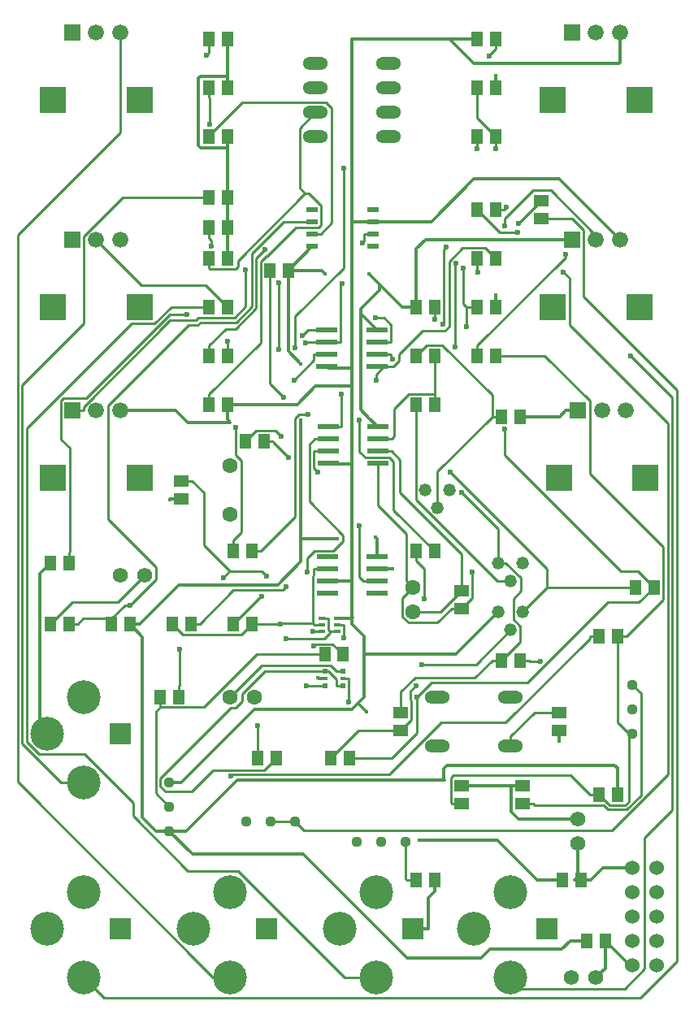
<source format=gbr>
G04 #@! TF.FileFunction,Copper,L1,Top,Signal*
%FSLAX46Y46*%
G04 Gerber Fmt 4.6, Leading zero omitted, Abs format (unit mm)*
G04 Created by KiCad (PCBNEW 4.0.4-stable) date 09/25/16 23:13:10*
%MOMM*%
%LPD*%
G01*
G04 APERTURE LIST*
%ADD10C,0.100000*%
%ADD11R,2.247900X2.247900*%
%ADD12C,3.515360*%
%ADD13C,1.524000*%
%ADD14R,1.297940X1.498600*%
%ADD15C,1.600200*%
%ADD16C,1.574800*%
%ADD17R,1.676400X1.676400*%
%ADD18C,1.676400*%
%ADD19R,2.799080X2.799080*%
%ADD20O,2.641600X1.320800*%
%ADD21C,1.117600*%
%ADD22R,2.199640X0.599440*%
%ADD23C,1.320800*%
%ADD24R,0.797560X0.398780*%
%ADD25R,1.498600X1.297940*%
%ADD26R,0.599440X0.599440*%
%ADD27R,0.599440X0.398780*%
%ADD28R,1.143000X0.508000*%
%ADD29C,0.400000*%
%ADD30C,0.600000*%
%ADD31C,0.380000*%
%ADD32C,0.250000*%
G04 APERTURE END LIST*
D10*
D11*
X90170000Y-118110000D03*
D12*
X82550000Y-118110000D03*
X86360000Y-123190000D03*
X86360000Y-114300000D03*
D11*
X120650000Y-138430000D03*
D12*
X113030000Y-138430000D03*
X116840000Y-143510000D03*
X116840000Y-134620000D03*
D13*
X146050000Y-142240000D03*
X143510000Y-142240000D03*
X146050000Y-139700000D03*
X143510000Y-139700000D03*
X146050000Y-137160000D03*
X143510000Y-137160000D03*
X146050000Y-134620000D03*
X143510000Y-134620000D03*
X146050000Y-132080000D03*
X143510000Y-132080000D03*
D11*
X134620000Y-138430000D03*
D12*
X127000000Y-138430000D03*
X130810000Y-143510000D03*
X130810000Y-134620000D03*
D14*
X138109960Y-133350000D03*
X136212580Y-133350000D03*
X140649960Y-139700000D03*
X138752580Y-139700000D03*
D15*
X101600000Y-95250000D03*
X101600000Y-90170000D03*
X101600000Y-114300000D03*
X104140000Y-114300000D03*
D16*
X92710000Y-101600000D03*
X90170000Y-101600000D03*
D15*
X120650000Y-105410000D03*
X120650000Y-102870000D03*
D16*
X137795000Y-129540000D03*
X137795000Y-127000000D03*
X137160000Y-143510000D03*
X139700000Y-143510000D03*
D17*
X85130640Y-66662300D03*
D18*
X87630000Y-66662300D03*
X90129360Y-66662300D03*
D19*
X92128340Y-73660000D03*
X83131660Y-73660000D03*
D20*
X130810000Y-119380000D03*
X123190000Y-119380000D03*
X123190000Y-114300000D03*
X130810000Y-114300000D03*
D17*
X137835640Y-84442300D03*
D18*
X140335000Y-84442300D03*
X142834360Y-84442300D03*
D19*
X144833340Y-91440000D03*
X135836660Y-91440000D03*
D11*
X105410000Y-138430000D03*
D12*
X97790000Y-138430000D03*
X101600000Y-143510000D03*
X101600000Y-134620000D03*
D17*
X85130640Y-45072300D03*
D18*
X87630000Y-45072300D03*
X90129360Y-45072300D03*
D19*
X92128340Y-52070000D03*
X83131660Y-52070000D03*
D17*
X85130640Y-84442300D03*
D18*
X87630000Y-84442300D03*
X90129360Y-84442300D03*
D19*
X92128340Y-91440000D03*
X83131660Y-91440000D03*
D21*
X95250000Y-128270000D03*
X95250000Y-125730000D03*
X95250000Y-123190000D03*
D22*
X116898420Y-103505000D03*
X116898420Y-102235000D03*
X116898420Y-100967540D03*
X116898420Y-99697540D03*
X111701580Y-99697540D03*
X111701580Y-100967540D03*
X111701580Y-102235000D03*
X111701580Y-103505000D03*
X116974420Y-89966800D03*
X116974420Y-88696800D03*
X116974420Y-87429340D03*
X116974420Y-86159340D03*
X111777580Y-86159340D03*
X111777580Y-87429340D03*
X111777580Y-88696800D03*
X111777580Y-89966800D03*
D20*
X110490000Y-48260000D03*
X110490000Y-50800000D03*
X110490000Y-53340000D03*
X110490000Y-55880000D03*
X118110000Y-55880000D03*
X118110000Y-53340000D03*
X118110000Y-50800000D03*
X118110000Y-48260000D03*
D17*
X137200640Y-66662300D03*
D18*
X139700000Y-66662300D03*
X142199360Y-66662300D03*
D19*
X144198340Y-73660000D03*
X135201660Y-73660000D03*
D23*
X121920000Y-92710000D03*
X123190000Y-94615000D03*
X124460000Y-92710000D03*
D24*
X112709560Y-107429700D03*
X112709560Y-106782000D03*
X112709560Y-106134300D03*
X111114440Y-106134300D03*
X111114440Y-106782000D03*
X111114440Y-107429700D03*
D23*
X132080000Y-105410000D03*
X130810000Y-107315000D03*
X129540000Y-105410000D03*
X129540000Y-100330000D03*
X130810000Y-102235000D03*
X132080000Y-100330000D03*
D14*
X105730040Y-69850000D03*
X107627420Y-69850000D03*
X143830040Y-102870000D03*
X145727420Y-102870000D03*
X122869960Y-73660000D03*
X120972580Y-73660000D03*
X99380040Y-50800000D03*
X101277420Y-50800000D03*
X99380040Y-68580000D03*
X101277420Y-68580000D03*
X127320040Y-45720000D03*
X129217420Y-45720000D03*
X99380040Y-83820000D03*
X101277420Y-83820000D03*
X103190040Y-87630000D03*
X105087420Y-87630000D03*
X127320040Y-73660000D03*
X129217420Y-73660000D03*
X104460040Y-120650000D03*
X106357420Y-120650000D03*
X99380040Y-55880000D03*
X101277420Y-55880000D03*
X82870040Y-106680000D03*
X84767420Y-106680000D03*
X89220040Y-106680000D03*
X91117420Y-106680000D03*
X101279960Y-45720000D03*
X99382580Y-45720000D03*
X120970040Y-133350000D03*
X122867420Y-133350000D03*
X96199960Y-114300000D03*
X94302580Y-114300000D03*
X127320040Y-68580000D03*
X129217420Y-68580000D03*
X101920040Y-99060000D03*
X103817420Y-99060000D03*
X101279960Y-65405000D03*
X99382580Y-65405000D03*
X82870040Y-100330000D03*
X84767420Y-100330000D03*
X99380040Y-78740000D03*
X101277420Y-78740000D03*
X99380040Y-73660000D03*
X101277420Y-73660000D03*
D25*
X133985000Y-64449960D03*
X133985000Y-62552580D03*
X119380000Y-117789960D03*
X119380000Y-115892580D03*
D14*
X120970040Y-83820000D03*
X122867420Y-83820000D03*
X140020040Y-124460000D03*
X141917420Y-124460000D03*
X140020040Y-107950000D03*
X141917420Y-107950000D03*
X99380040Y-62230000D03*
X101277420Y-62230000D03*
X127320040Y-78740000D03*
X129217420Y-78740000D03*
D25*
X125730000Y-123510040D03*
X125730000Y-125407420D03*
D14*
X127320040Y-63500000D03*
X129217420Y-63500000D03*
D25*
X125730000Y-105089960D03*
X125730000Y-103192580D03*
D14*
X127320040Y-55880000D03*
X129217420Y-55880000D03*
X127320040Y-50800000D03*
X129217420Y-50800000D03*
D25*
X96520000Y-91760040D03*
X96520000Y-93657420D03*
D14*
X101920040Y-106680000D03*
X103817420Y-106680000D03*
X129860040Y-85090000D03*
X131757420Y-85090000D03*
X97469960Y-106680000D03*
X95572580Y-106680000D03*
D25*
X135890000Y-115890040D03*
X135890000Y-117787420D03*
D14*
X120970040Y-99060000D03*
X122867420Y-99060000D03*
X112080040Y-120650000D03*
X113977420Y-120650000D03*
D25*
X132080000Y-125409960D03*
X132080000Y-123512580D03*
D14*
X129860040Y-110490000D03*
X131757420Y-110490000D03*
X122869960Y-78740000D03*
X120972580Y-78740000D03*
D21*
X103251000Y-127254000D03*
X105791000Y-127254000D03*
X108331000Y-127254000D03*
D26*
X111495840Y-111645700D03*
D27*
X111495840Y-112395000D03*
D26*
X111495840Y-113144300D03*
X113294160Y-113144300D03*
D27*
X113294160Y-112395000D03*
D26*
X113294160Y-111645700D03*
D14*
X111445040Y-109855000D03*
X113342420Y-109855000D03*
D11*
X90170000Y-138430000D03*
D12*
X82550000Y-138430000D03*
X86360000Y-143510000D03*
X86360000Y-134620000D03*
D21*
X119888000Y-129413000D03*
X117348000Y-129413000D03*
X114808000Y-129413000D03*
D17*
X137200640Y-45072300D03*
D18*
X139700000Y-45072300D03*
X142199360Y-45072300D03*
D19*
X144198340Y-52070000D03*
X135201660Y-52070000D03*
D21*
X143510000Y-113030000D03*
X143510000Y-115570000D03*
X143510000Y-118110000D03*
D28*
X116459000Y-63500000D03*
X116459000Y-64770000D03*
X116459000Y-66040000D03*
X116459000Y-67310000D03*
X110109000Y-67310000D03*
X110109000Y-66040000D03*
X110109000Y-64770000D03*
X110109000Y-63500000D03*
D22*
X116873420Y-79857600D03*
X116873420Y-78587600D03*
X116873420Y-77320140D03*
X116873420Y-76050140D03*
X111676580Y-76050140D03*
X111676580Y-77320140D03*
X111676580Y-78587600D03*
X111676580Y-79857600D03*
D29*
X115760000Y-115824000D03*
X121285000Y-129222000D03*
X116713000Y-97663000D03*
X112776000Y-97790000D03*
X111506000Y-70231000D03*
X116078000Y-70231000D03*
X108966000Y-79629000D03*
X108966000Y-85471000D03*
D30*
X125064500Y-69126200D03*
X124996900Y-77827500D03*
X115051100Y-96458400D03*
X106790100Y-106680000D03*
X123745900Y-75489500D03*
X124053100Y-67433000D03*
X127320000Y-57155500D03*
X91181300Y-104757900D03*
X104460000Y-117265400D03*
X115379200Y-67022400D03*
X106659800Y-71149400D03*
X106659800Y-78110000D03*
X100929700Y-101858800D03*
X105384600Y-101731900D03*
X126836900Y-101271800D03*
X130392000Y-63299700D03*
D29*
X129217000Y-49571300D03*
X135890000Y-118887000D03*
X101280000Y-63515800D03*
X118536000Y-100965000D03*
X95287700Y-93715300D03*
X129217000Y-72438700D03*
X110740000Y-112319000D03*
D30*
X101277400Y-77267400D03*
X127349400Y-70052300D03*
X109474800Y-77421400D03*
X113217500Y-71189400D03*
X131621800Y-64932900D03*
X118462600Y-79116600D03*
X102178400Y-86198000D03*
X107405600Y-102828800D03*
X103213600Y-69754400D03*
X96348400Y-109337500D03*
X116772000Y-81317100D03*
X109731900Y-84824600D03*
X116738800Y-74814400D03*
X99645100Y-67293500D03*
X109080600Y-76676800D03*
X97106800Y-74428400D03*
X110285200Y-108980200D03*
X108217000Y-81256200D03*
X113202700Y-82703300D03*
X99072000Y-47465300D03*
X121775500Y-104051100D03*
X109629300Y-101248700D03*
X120912100Y-113103300D03*
X125695300Y-92953000D03*
X110700000Y-90823700D03*
X126185400Y-75702500D03*
X106908100Y-87148600D03*
X125884300Y-69576500D03*
X109529200Y-113144300D03*
X108374800Y-77916400D03*
X113408500Y-59208100D03*
X130199500Y-65215800D03*
X105182300Y-67688800D03*
X104851500Y-103815400D03*
X131538800Y-65866200D03*
X143341000Y-78763000D03*
X115056400Y-85448100D03*
X107405200Y-108224600D03*
X107115100Y-83057400D03*
X99433500Y-54630100D03*
X130206400Y-86386300D03*
X122870000Y-74915200D03*
X113433700Y-108139600D03*
X121032500Y-114340700D03*
X121550200Y-110918800D03*
X110186000Y-107429700D03*
X128559400Y-47514500D03*
X124528000Y-90879600D03*
X107647000Y-89308500D03*
X101684100Y-122549800D03*
X136502400Y-68171200D03*
X136292100Y-70028600D03*
X129217400Y-57144400D03*
X133886300Y-110591100D03*
X113919200Y-114807100D03*
D31*
X114935000Y-114998000D02*
X114872000Y-114998000D01*
X115760000Y-115824000D02*
X114935000Y-114998000D01*
X125095000Y-109855000D02*
X129540000Y-105410000D01*
X115570000Y-109855000D02*
X125095000Y-109855000D01*
X127320000Y-45720000D02*
X124460000Y-45720000D01*
X114300000Y-45720000D02*
X114300000Y-64770000D01*
X124460000Y-45720000D02*
X114300000Y-45720000D01*
X101277000Y-83820000D02*
X101277400Y-83820000D01*
X101277000Y-85402400D02*
X101277000Y-83820000D01*
X101600000Y-85725000D02*
X101277000Y-85402400D01*
X97155000Y-85725000D02*
X101600000Y-85725000D01*
X95872300Y-84442300D02*
X97155000Y-85725000D01*
X90129400Y-84442300D02*
X95872300Y-84442300D01*
X110490000Y-81915000D02*
X114300000Y-81915000D01*
X108585000Y-83820000D02*
X110490000Y-81915000D01*
X101277400Y-83820000D02*
X108585000Y-83820000D01*
X111803000Y-79984600D02*
X111677000Y-79858200D01*
X114300000Y-79984600D02*
X111803000Y-79984600D01*
X111677000Y-79858200D02*
X111677000Y-79857600D01*
X114300000Y-102235000D02*
X111702000Y-102235000D01*
X111752000Y-90043000D02*
X111727000Y-90017700D01*
X114300000Y-90043000D02*
X111752000Y-90043000D01*
X111727000Y-90017700D02*
X111625000Y-89916000D01*
X140469000Y-132080000D02*
X143510000Y-132080000D01*
X139199000Y-133350000D02*
X140469000Y-132080000D01*
X138110000Y-133350000D02*
X139199000Y-133350000D01*
X142199000Y-48219400D02*
X142199000Y-46645800D01*
X142159000Y-48260000D02*
X142199000Y-48219400D01*
X127000000Y-48260000D02*
X142159000Y-48260000D01*
X124460000Y-45720000D02*
X127000000Y-48260000D01*
X114300000Y-64770000D02*
X116459000Y-64770000D01*
X135862000Y-60325000D02*
X142199000Y-66662300D01*
X127000000Y-60325000D02*
X135862000Y-60325000D01*
X122555000Y-64770000D02*
X127000000Y-60325000D01*
X116459000Y-64770000D02*
X122555000Y-64770000D01*
X114300000Y-90043000D02*
X114300000Y-102235000D01*
X114300000Y-64770000D02*
X114300000Y-79984600D01*
X114300000Y-79984600D02*
X114300000Y-81915000D01*
X114300000Y-81915000D02*
X114300000Y-90043000D01*
X115570000Y-114300000D02*
X114872000Y-114998000D01*
X115570000Y-109855000D02*
X115570000Y-114300000D01*
X96520000Y-123190000D02*
X95250000Y-123190000D01*
X104140000Y-115570000D02*
X96520000Y-123190000D01*
X114300000Y-115570000D02*
X104140000Y-115570000D01*
X114872000Y-114998000D02*
X114300000Y-115570000D01*
X114364000Y-106045000D02*
X114300000Y-106108300D01*
X114300000Y-106045000D02*
X114364000Y-106045000D01*
X114300000Y-106045000D02*
X114300000Y-106108300D01*
X129413000Y-129222000D02*
X121285000Y-129222000D01*
X133540000Y-133350000D02*
X129413000Y-129222000D01*
X136212600Y-133350000D02*
X133540000Y-133350000D01*
X114300000Y-102235000D02*
X114300000Y-106045000D01*
X115570000Y-107950000D02*
X115570000Y-109855000D01*
X114300000Y-106680000D02*
X115570000Y-107950000D01*
X114300000Y-106108300D02*
X114300000Y-106680000D01*
X111777600Y-89966800D02*
X111777800Y-89967000D01*
X111778000Y-89966800D02*
X111777800Y-89967000D01*
X111777800Y-89967000D02*
X111727000Y-90017700D01*
X111701600Y-102235000D02*
X111702000Y-102235000D01*
X142199400Y-46645400D02*
X142199000Y-46645800D01*
X142199400Y-45072300D02*
X142199400Y-46645400D01*
X142199400Y-66662300D02*
X142199000Y-66662300D01*
X114300000Y-106108300D02*
X114274000Y-106134000D01*
X113549000Y-106134000D02*
X114274000Y-106134000D01*
X113548700Y-106134300D02*
X113549000Y-106134000D01*
X112709600Y-106134300D02*
X113548700Y-106134300D01*
X136213000Y-133350000D02*
X136212600Y-133350000D01*
X137480000Y-133350000D02*
X137795000Y-133035000D01*
X137795000Y-129540000D02*
X137795000Y-133035000D01*
X137795000Y-133035000D02*
X138110000Y-133350000D01*
X111677000Y-79858200D02*
X111676500Y-79857900D01*
X111676500Y-79857900D02*
X111676000Y-79857600D01*
X111676600Y-79857800D02*
X111676600Y-79857600D01*
X111676500Y-79857900D02*
X111676600Y-79857800D01*
D10*
X110109000Y-67310000D02*
X110109000Y-67368400D01*
D31*
X110109000Y-67368400D02*
X107627000Y-69850000D01*
X108966000Y-97790000D02*
X112776000Y-97790000D01*
X92456000Y-108019000D02*
X91117400Y-106680000D01*
X92456000Y-126873000D02*
X92456000Y-108019000D01*
X93853000Y-128270000D02*
X92456000Y-126873000D01*
X95250000Y-128270000D02*
X93853000Y-128270000D01*
X108966000Y-100203000D02*
X108966000Y-97790000D01*
X106553000Y-102616000D02*
X108966000Y-100203000D01*
X96266000Y-102616000D02*
X106553000Y-102616000D01*
X92202000Y-106680000D02*
X96266000Y-102616000D01*
X91117400Y-106680000D02*
X92202000Y-106680000D01*
X108966000Y-97790000D02*
X108966000Y-85471000D01*
X117132000Y-71285100D02*
X116078000Y-70231000D01*
X143190000Y-142240000D02*
X140650000Y-139700000D01*
X143510000Y-142240000D02*
X143190000Y-142240000D01*
X140650000Y-142560000D02*
X139700000Y-143510000D01*
X140650000Y-139700000D02*
X140650000Y-142560000D01*
X97663000Y-130683000D02*
X95250000Y-128270000D01*
X109220000Y-130683000D02*
X97663000Y-130683000D01*
X120015000Y-141478000D02*
X109220000Y-130683000D01*
X127762000Y-141478000D02*
X120015000Y-141478000D01*
X128651000Y-140589000D02*
X127762000Y-141478000D01*
X136144000Y-140589000D02*
X128651000Y-140589000D01*
X137033000Y-139700000D02*
X136144000Y-140589000D01*
X138752600Y-139700000D02*
X137033000Y-139700000D01*
X107627000Y-78290400D02*
X107627000Y-69850000D01*
X108966000Y-79629000D02*
X107627000Y-78290400D01*
X111125000Y-69850000D02*
X111506000Y-70231000D01*
X107627400Y-69850000D02*
X111125000Y-69850000D01*
X115189000Y-73883600D02*
X115189000Y-73964800D01*
X117132000Y-71940500D02*
X115189000Y-73883600D01*
X117132000Y-71285100D02*
X117132000Y-71940500D01*
X115189000Y-73964800D02*
X115189000Y-74366100D01*
X120973000Y-73660000D02*
X120972600Y-73660000D01*
X120973000Y-67622400D02*
X120973000Y-73660000D01*
X121933000Y-66662300D02*
X120973000Y-67622400D01*
X137200600Y-66662300D02*
X121933000Y-66662300D01*
X119507000Y-73660000D02*
X117132000Y-71285100D01*
X120972600Y-73660000D02*
X119507000Y-73660000D01*
X115189000Y-84373700D02*
X116082000Y-85266500D01*
X115189000Y-74366100D02*
X115189000Y-84373700D01*
X115189000Y-73964800D02*
X115189000Y-74366100D01*
X115189000Y-74366100D02*
X116873000Y-76050100D01*
X137201000Y-66662300D02*
X137200600Y-66662300D01*
X107627000Y-69850000D02*
X107627400Y-69850000D01*
X116082000Y-85266500D02*
X116975000Y-86159300D01*
X116873400Y-76050100D02*
X116873000Y-76050100D01*
X116898000Y-97848400D02*
X116898000Y-99697500D01*
X116713000Y-97663000D02*
X116898000Y-97848400D01*
X116898400Y-99697500D02*
X116898000Y-99697500D01*
X138753000Y-139700000D02*
X138752600Y-139700000D01*
X141917000Y-121724000D02*
X141917000Y-122408000D01*
X141605000Y-121412000D02*
X141917000Y-121724000D01*
X124206000Y-121412000D02*
X141605000Y-121412000D01*
X123825000Y-121793000D02*
X124206000Y-121412000D01*
X123825000Y-122809000D02*
X123825000Y-121793000D01*
X123952000Y-122936000D02*
X123825000Y-122809000D01*
X102362000Y-122936000D02*
X123952000Y-122936000D01*
X97028000Y-128270000D02*
X102362000Y-122936000D01*
X95250000Y-128270000D02*
X97028000Y-128270000D01*
X141917000Y-122408000D02*
X141917000Y-123092000D01*
X141917400Y-122408400D02*
X141917400Y-124460000D01*
X141917000Y-122408000D02*
X141917400Y-122408400D01*
X116974000Y-86158900D02*
X116974000Y-86159100D01*
X116082000Y-85266500D02*
X116974000Y-86158900D01*
X116974000Y-86159100D02*
X116974000Y-86159300D01*
X116974200Y-86159100D02*
X116974400Y-86159300D01*
X116974000Y-86159100D02*
X116974200Y-86159100D01*
D32*
X124996900Y-69193800D02*
X125064500Y-69126200D01*
X124996900Y-77827500D02*
X124996900Y-69193800D01*
X115051100Y-101812800D02*
X115473300Y-102235000D01*
X115051100Y-96458400D02*
X115051100Y-101812800D01*
X116898400Y-102235000D02*
X115473300Y-102235000D01*
X127320000Y-55880000D02*
X127320000Y-56954600D01*
X127320000Y-56954600D02*
X127320000Y-57155500D01*
X123844400Y-67641700D02*
X124053100Y-67433000D01*
X123844400Y-75391000D02*
X123844400Y-67641700D01*
X123745900Y-75489500D02*
X123844400Y-75391000D01*
X96674700Y-107782100D02*
X95572600Y-106680000D01*
X102715300Y-107782100D02*
X96674700Y-107782100D01*
X103817400Y-106680000D02*
X102715300Y-107782100D01*
X103817400Y-106680000D02*
X104791700Y-106680000D01*
X106790100Y-106680000D02*
X104791700Y-106680000D01*
X111114400Y-106782000D02*
X110390300Y-106782000D01*
X111701600Y-100967500D02*
X110276500Y-100967500D01*
X110276500Y-101644900D02*
X110276500Y-100967500D01*
X110194300Y-101727100D02*
X110276500Y-101644900D01*
X110194300Y-106586000D02*
X110194300Y-101727100D01*
X110390300Y-106782000D02*
X110194300Y-106586000D01*
X106884100Y-106586000D02*
X106790100Y-106680000D01*
X110194300Y-106586000D02*
X106884100Y-106586000D01*
X89220000Y-106680000D02*
X89220000Y-106142700D01*
X86279000Y-106142700D02*
X85741700Y-106680000D01*
X89220000Y-106142700D02*
X86279000Y-106142700D01*
X84767400Y-106680000D02*
X85741700Y-106680000D01*
X112044200Y-111020700D02*
X112669200Y-111645700D01*
X104879300Y-111020700D02*
X112044200Y-111020700D01*
X101600000Y-114300000D02*
X104879300Y-111020700D01*
X113294200Y-111645700D02*
X112669200Y-111645700D01*
X90604800Y-104757900D02*
X89220000Y-106142700D01*
X91181300Y-104757900D02*
X90604800Y-104757900D01*
X107146400Y-64770000D02*
X110109000Y-64770000D01*
X103847900Y-68068500D02*
X107146400Y-64770000D01*
X103847900Y-73616800D02*
X103847900Y-68068500D01*
X102218300Y-75246400D02*
X103847900Y-73616800D01*
X98482300Y-75246400D02*
X102218300Y-75246400D01*
X98147600Y-75581100D02*
X98482300Y-75246400D01*
X97253200Y-75581100D02*
X98147600Y-75581100D01*
X88895300Y-83939000D02*
X97253200Y-75581100D01*
X88895300Y-95787900D02*
X88895300Y-83939000D01*
X93861000Y-100753600D02*
X88895300Y-95787900D01*
X93861000Y-102078200D02*
X93861000Y-100753600D01*
X91181300Y-104757900D02*
X93861000Y-102078200D01*
X104460000Y-117265400D02*
X104460000Y-120650000D01*
X115562200Y-66839400D02*
X115379200Y-67022400D01*
X115562200Y-66040000D02*
X115562200Y-66839400D01*
X116459000Y-66040000D02*
X115562200Y-66040000D01*
X106659800Y-71149400D02*
X106659800Y-78110000D01*
X85140600Y-104409400D02*
X82870000Y-106680000D01*
X89900600Y-104409400D02*
X85140600Y-104409400D01*
X92710000Y-101600000D02*
X89900600Y-104409400D01*
X123512600Y-105410000D02*
X125730000Y-103192600D01*
X120650000Y-105410000D02*
X123512600Y-105410000D01*
X116974400Y-88696800D02*
X118399500Y-88696800D01*
X125730000Y-103192600D02*
X125730000Y-102218300D01*
X96520000Y-91760000D02*
X97594600Y-91760000D01*
X119300100Y-89597400D02*
X118399500Y-88696800D01*
X119300100Y-92973800D02*
X119300100Y-89597400D01*
X125729900Y-99403600D02*
X119300100Y-92973800D01*
X125729900Y-102218300D02*
X125729900Y-99403600D01*
X125730000Y-102218300D02*
X125729900Y-102218300D01*
X100929700Y-101815600D02*
X100929700Y-101858800D01*
X101557700Y-101187600D02*
X100929700Y-101815600D01*
X98822900Y-98452800D02*
X101557700Y-101187600D01*
X98822900Y-92988300D02*
X98822900Y-98452800D01*
X97594600Y-91760000D02*
X98822900Y-92988300D01*
X104840300Y-101187600D02*
X105384600Y-101731900D01*
X101557700Y-101187600D02*
X104840300Y-101187600D01*
X119505300Y-104014700D02*
X120650000Y-102870000D01*
X119505300Y-105899300D02*
X119505300Y-104014700D01*
X120161800Y-106555800D02*
X119505300Y-105899300D01*
X123189600Y-106555800D02*
X120161800Y-106555800D01*
X124655400Y-105090000D02*
X123189600Y-106555800D01*
X125192700Y-105090000D02*
X125715300Y-105090000D01*
X125192700Y-105090000D02*
X124655400Y-105090000D01*
X125730000Y-105090000D02*
X125722700Y-105090000D01*
X125722700Y-105090000D02*
X125715300Y-105090000D01*
X129217400Y-63500000D02*
X130191700Y-63500000D01*
X126836900Y-103975800D02*
X126836900Y-101271800D01*
X125722700Y-105090000D02*
X126836900Y-103975800D01*
X130392000Y-63299700D02*
X130191700Y-63500000D01*
X119975100Y-102195100D02*
X120650000Y-102870000D01*
X119975100Y-97314700D02*
X119975100Y-102195100D01*
X116974400Y-94314000D02*
X119975100Y-97314700D01*
X116974400Y-89966800D02*
X116974400Y-94314000D01*
D31*
X136557000Y-84442300D02*
X137835600Y-84442300D01*
X135909000Y-85090000D02*
X136557000Y-84442300D01*
X131757400Y-85090000D02*
X135909000Y-85090000D01*
X101280000Y-45720000D02*
X101280000Y-45719800D01*
X101600000Y-45400000D02*
X101280000Y-45719800D01*
X131594000Y-127000000D02*
X137795000Y-127000000D01*
X130830000Y-126236000D02*
X131594000Y-127000000D01*
X130830000Y-123513000D02*
X130830000Y-126236000D01*
X126920000Y-123510000D02*
X125730000Y-123510000D01*
X126922000Y-123513000D02*
X126920000Y-123510000D01*
X130830000Y-123513000D02*
X126922000Y-123513000D01*
X101277000Y-45722500D02*
X101277000Y-49610000D01*
X101280000Y-45719800D02*
X101277000Y-45722500D01*
X98523500Y-57069700D02*
X101277000Y-57069700D01*
X98290600Y-56836800D02*
X98523500Y-57069700D01*
X98290600Y-49826700D02*
X98290600Y-56836800D01*
X98507300Y-49610000D02*
X98290600Y-49826700D01*
X101277000Y-49610000D02*
X98507300Y-49610000D01*
X101280000Y-63515800D02*
X101280000Y-65405000D01*
X95330400Y-93672600D02*
X95287700Y-93715300D01*
X95330400Y-93657400D02*
X95330400Y-93672600D01*
X96520000Y-93657400D02*
X95330400Y-93657400D01*
X81752900Y-117313000D02*
X82550000Y-118110000D01*
X81752900Y-101447000D02*
X81752900Y-117313000D01*
X82870000Y-100330000D02*
X81752900Y-101447000D01*
X110817000Y-112395000D02*
X111495800Y-112395000D01*
X110740000Y-112319000D02*
X110817000Y-112395000D01*
X111495800Y-112395000D02*
X111496000Y-112395000D01*
X135890000Y-117787000D02*
X135890000Y-117787400D01*
X135890000Y-117787400D02*
X135890000Y-118887000D01*
X137836000Y-84442300D02*
X137835600Y-84442300D01*
X131757000Y-85090000D02*
X131757400Y-85090000D01*
X116898400Y-100967500D02*
X116898400Y-100968000D01*
X116898000Y-100968000D02*
X116898400Y-100968000D01*
X118441000Y-100965000D02*
X118536000Y-100965000D01*
X118438000Y-100968000D02*
X118441000Y-100965000D01*
X116898400Y-100968000D02*
X118438000Y-100968000D01*
X101277000Y-57069700D02*
X101277000Y-56474800D01*
X101277000Y-56474800D02*
X101277000Y-55880000D01*
X101277400Y-56474400D02*
X101277400Y-55880000D01*
X101277000Y-56474800D02*
X101277400Y-56474400D01*
X101277000Y-50800000D02*
X101277000Y-50205000D01*
X101277000Y-50205000D02*
X101277000Y-49610000D01*
X101277400Y-50205400D02*
X101277400Y-50800000D01*
X101277000Y-50205000D02*
X101277400Y-50205400D01*
X101277000Y-57069700D02*
X101277000Y-61824600D01*
X101280000Y-63422200D02*
X101280000Y-63515800D01*
X101277000Y-63419600D02*
X101280000Y-63422200D01*
X101277000Y-61824600D02*
X101277000Y-63419600D01*
X101277400Y-61825000D02*
X101277400Y-62230000D01*
X101277000Y-61824600D02*
X101277400Y-61825000D01*
X132080000Y-123513000D02*
X132079600Y-123513000D01*
X132079600Y-123513000D02*
X130830000Y-123513000D01*
X132079600Y-123513000D02*
X132080000Y-123512600D01*
X101277000Y-68580000D02*
X101277000Y-68027400D01*
X101280000Y-67387800D02*
X101280000Y-65405000D01*
X101277000Y-67390400D02*
X101280000Y-67387800D01*
X101277000Y-68027400D02*
X101277000Y-67390400D01*
X101277400Y-68027800D02*
X101277400Y-68580000D01*
X101277000Y-68027400D02*
X101277400Y-68027800D01*
X129217000Y-73660000D02*
X129217000Y-73049300D01*
X129217000Y-73049300D02*
X129217000Y-72438700D01*
X129217400Y-73049700D02*
X129217400Y-73660000D01*
X129217000Y-73049300D02*
X129217400Y-73049700D01*
X122867000Y-133350000D02*
X122867000Y-133945000D01*
X122214000Y-138430000D02*
X120650000Y-138430000D01*
X122214000Y-135193000D02*
X122214000Y-138430000D01*
X122867000Y-134540000D02*
X122214000Y-135193000D01*
X122867000Y-133945000D02*
X122867000Y-134540000D01*
X122867400Y-133944600D02*
X122867400Y-133350000D01*
X122867000Y-133945000D02*
X122867400Y-133944600D01*
X129217000Y-50800000D02*
X129217000Y-50185600D01*
X129217000Y-50185600D02*
X129217000Y-49571300D01*
X129217400Y-50186000D02*
X129217400Y-50800000D01*
X129217000Y-50185600D02*
X129217400Y-50186000D01*
D32*
X127320000Y-70022900D02*
X127320000Y-68580000D01*
X127349400Y-70052300D02*
X127320000Y-70022900D01*
X101277400Y-78740000D02*
X101277400Y-77267400D01*
X94302600Y-114300000D02*
X94302600Y-115374600D01*
X98837600Y-115374600D02*
X94302600Y-115374600D01*
X104357200Y-109855000D02*
X98837600Y-115374600D01*
X111445000Y-109855000D02*
X104357200Y-109855000D01*
X93852300Y-124332300D02*
X95250000Y-125730000D01*
X93852300Y-115824900D02*
X93852300Y-124332300D01*
X94302600Y-115374600D02*
X93852300Y-115824900D01*
X109576100Y-77320100D02*
X111676600Y-77320100D01*
X109474800Y-77421400D02*
X109576100Y-77320100D01*
X113101700Y-71305200D02*
X113217500Y-71189400D01*
X113101700Y-77320100D02*
X113101700Y-71305200D01*
X111676600Y-77320100D02*
X113101700Y-77320100D01*
X131621800Y-64915800D02*
X133985000Y-62552600D01*
X131621800Y-64932900D02*
X131621800Y-64915800D01*
X98987600Y-71370200D02*
X101277400Y-73660000D01*
X92337900Y-71370200D02*
X98987600Y-71370200D01*
X87630000Y-66662300D02*
X92337900Y-71370200D01*
X116873400Y-78587600D02*
X118298500Y-78587600D01*
X118298500Y-78952500D02*
X118462600Y-79116600D01*
X118298500Y-78587600D02*
X118298500Y-78952500D01*
X101920000Y-99060000D02*
X101920000Y-97985400D01*
X102178400Y-89126600D02*
X102178400Y-86198000D01*
X102759900Y-89708100D02*
X102178400Y-89126600D01*
X102759900Y-97145500D02*
X102759900Y-89708100D01*
X101920000Y-97985400D02*
X102759900Y-97145500D01*
X99380000Y-73660000D02*
X98405700Y-73660000D01*
X95430200Y-73660000D02*
X98405700Y-73660000D01*
X93705300Y-75384900D02*
X95430200Y-73660000D01*
X91326500Y-75384900D02*
X93705300Y-75384900D01*
X80405600Y-86305800D02*
X91326500Y-75384900D01*
X80405600Y-118983400D02*
X80405600Y-86305800D01*
X81693100Y-120270900D02*
X80405600Y-118983400D01*
X86450800Y-120270900D02*
X81693100Y-120270900D01*
X91478600Y-125298700D02*
X86450800Y-120270900D01*
X91478600Y-126717200D02*
X91478600Y-125298700D01*
X97198100Y-132436700D02*
X91478600Y-126717200D01*
X102397500Y-132436700D02*
X97198100Y-132436700D01*
X113470800Y-143510000D02*
X102397500Y-132436700D01*
X116840000Y-143510000D02*
X113470800Y-143510000D01*
X133314300Y-115890000D02*
X135890000Y-115890000D01*
X130810000Y-118394300D02*
X133314300Y-115890000D01*
X130810000Y-119380000D02*
X130810000Y-118394300D01*
X97470000Y-106680000D02*
X98444300Y-106680000D01*
X107053000Y-103181400D02*
X107405600Y-102828800D01*
X101942900Y-103181400D02*
X107053000Y-103181400D01*
X98444300Y-106680000D02*
X101942900Y-103181400D01*
X85130600Y-84442300D02*
X86294100Y-84442300D01*
X103213600Y-73614200D02*
X103213600Y-69754400D01*
X102031800Y-74796000D02*
X103213600Y-73614200D01*
X98295800Y-74796000D02*
X102031800Y-74796000D01*
X98038100Y-75053700D02*
X98295800Y-74796000D01*
X95319000Y-75053700D02*
X98038100Y-75053700D01*
X86294100Y-84078600D02*
X95319000Y-75053700D01*
X86294100Y-84442300D02*
X86294100Y-84078600D01*
X99810200Y-143510000D02*
X101600000Y-143510000D01*
X79452200Y-123152000D02*
X99810200Y-143510000D01*
X79452200Y-66112200D02*
X79452200Y-123152000D01*
X90129400Y-55435000D02*
X79452200Y-66112200D01*
X90129400Y-45072300D02*
X90129400Y-55435000D01*
X96348400Y-113077000D02*
X96200000Y-113225400D01*
X96348400Y-109337500D02*
X96348400Y-113077000D01*
X96200000Y-114300000D02*
X96200000Y-113225400D01*
X99380000Y-55819400D02*
X99380000Y-55880000D01*
X102864100Y-52335300D02*
X99380000Y-55819400D01*
X111561800Y-52335300D02*
X102864100Y-52335300D01*
X112145500Y-52919000D02*
X111561800Y-52335300D01*
X112145500Y-64900300D02*
X112145500Y-52919000D01*
X111005800Y-66040000D02*
X112145500Y-64900300D01*
X110109000Y-66040000D02*
X111005800Y-66040000D01*
X116873400Y-79857600D02*
X117586000Y-79857600D01*
X117586000Y-79857600D02*
X118298500Y-79857600D01*
X116772000Y-80671600D02*
X116772000Y-81317100D01*
X117586000Y-79857600D02*
X116772000Y-80671600D01*
X103817400Y-99060000D02*
X104791700Y-99060000D01*
X108336600Y-95515100D02*
X104791700Y-99060000D01*
X108336600Y-85254900D02*
X108336600Y-95515100D01*
X108766900Y-84824600D02*
X108336600Y-85254900D01*
X109731900Y-84824600D02*
X108766900Y-84824600D01*
X118608600Y-79857600D02*
X118298500Y-79857600D01*
X119209900Y-79256300D02*
X118608600Y-79857600D01*
X119209900Y-78607400D02*
X119209900Y-79256300D01*
X121655700Y-76161600D02*
X119209900Y-78607400D01*
X123958400Y-76161600D02*
X121655700Y-76161600D01*
X124410400Y-75709600D02*
X123958400Y-76161600D01*
X124410400Y-68896000D02*
X124410400Y-75709600D01*
X125801800Y-67504600D02*
X124410400Y-68896000D01*
X128142000Y-67504600D02*
X125801800Y-67504600D01*
X129217400Y-68580000D02*
X128142000Y-67504600D01*
X117656900Y-74814400D02*
X116738800Y-74814400D01*
X118348600Y-75506100D02*
X117656900Y-74814400D01*
X118348600Y-77270000D02*
X118348600Y-75506100D01*
X118298500Y-77320100D02*
X118348600Y-77270000D01*
X99382600Y-65405000D02*
X99382600Y-66479600D01*
X116873400Y-77320100D02*
X118298500Y-77320100D01*
X99645100Y-66742100D02*
X99645100Y-67293500D01*
X99382600Y-66479600D02*
X99645100Y-66742100D01*
X109707300Y-76050100D02*
X109080600Y-76676800D01*
X111676600Y-76050100D02*
X109707300Y-76050100D01*
X84767400Y-100330000D02*
X84767400Y-99255400D01*
X84869300Y-99153500D02*
X84767400Y-99255400D01*
X84869300Y-88358100D02*
X84869300Y-99153500D01*
X83949700Y-87438500D02*
X84869300Y-88358100D01*
X83949700Y-83413300D02*
X83949700Y-87438500D01*
X84192300Y-83170700D02*
X83949700Y-83413300D01*
X86565100Y-83170700D02*
X84192300Y-83170700D01*
X95307400Y-74428400D02*
X86565100Y-83170700D01*
X97106800Y-74428400D02*
X95307400Y-74428400D01*
X112267700Y-108780300D02*
X113342400Y-109855000D01*
X110485100Y-108780300D02*
X112267700Y-108780300D01*
X110285200Y-108980200D02*
X110485100Y-108780300D01*
X111676600Y-78587600D02*
X110251500Y-78587600D01*
X110251500Y-79221700D02*
X108217000Y-81256200D01*
X110251500Y-78587600D02*
X110251500Y-79221700D01*
X99382600Y-47154700D02*
X99382600Y-45720000D01*
X99072000Y-47465300D02*
X99382600Y-47154700D01*
X111777600Y-86159300D02*
X113202700Y-86159300D01*
X113202700Y-82703300D02*
X113202700Y-86159300D01*
X114940000Y-117790000D02*
X119380000Y-117790000D01*
X112080000Y-120650000D02*
X114940000Y-117790000D01*
X120970000Y-99060000D02*
X120970000Y-100134600D01*
X121775500Y-100940100D02*
X121775500Y-104051100D01*
X120970000Y-100134600D02*
X121775500Y-100940100D01*
X111777600Y-87429300D02*
X110352500Y-87429300D01*
X120454700Y-116715300D02*
X119380000Y-117790000D01*
X120454700Y-114647300D02*
X120454700Y-116715300D01*
X120380400Y-114573000D02*
X120454700Y-114647300D01*
X120380400Y-113635000D02*
X120380400Y-114573000D01*
X120912100Y-113103300D02*
X120380400Y-113635000D01*
X109629300Y-99847600D02*
X109629300Y-101248700D01*
X110404500Y-99072400D02*
X109629300Y-99847600D01*
X112317200Y-99072400D02*
X110404500Y-99072400D01*
X113351400Y-98038200D02*
X112317200Y-99072400D01*
X113351400Y-97439900D02*
X113351400Y-98038200D01*
X109836800Y-93925300D02*
X113351400Y-97439900D01*
X109836800Y-87945000D02*
X109836800Y-93925300D01*
X110352500Y-87429300D02*
X109836800Y-87945000D01*
X119380000Y-115892600D02*
X119380000Y-114918300D01*
X111777600Y-88696800D02*
X110352500Y-88696800D01*
X129860000Y-110490000D02*
X128885700Y-110490000D01*
X110302400Y-88746900D02*
X110352500Y-88696800D01*
X110302400Y-90426100D02*
X110302400Y-88746900D01*
X110700000Y-90823700D02*
X110302400Y-90426100D01*
X119380000Y-113735600D02*
X119380000Y-114918300D01*
X120826800Y-112288800D02*
X119380000Y-113735600D01*
X127086900Y-112288800D02*
X120826800Y-112288800D01*
X128885700Y-110490000D02*
X127086900Y-112288800D01*
X129540000Y-96797700D02*
X125695300Y-92953000D01*
X129540000Y-100330000D02*
X129540000Y-96797700D01*
X131818400Y-108531600D02*
X129860000Y-110490000D01*
X131818400Y-106929300D02*
X131818400Y-108531600D01*
X131083100Y-106194000D02*
X131818400Y-106929300D01*
X131083100Y-104032000D02*
X131083100Y-106194000D01*
X131852500Y-103262600D02*
X131083100Y-104032000D01*
X131852500Y-101883300D02*
X131852500Y-103262600D01*
X130299200Y-100330000D02*
X131852500Y-101883300D01*
X129540000Y-100330000D02*
X130299200Y-100330000D01*
X122870000Y-82742800D02*
X122867400Y-82745400D01*
X122870000Y-78740000D02*
X122870000Y-82742800D01*
X122867400Y-83820000D02*
X122867400Y-82745400D01*
X120185700Y-82745400D02*
X122867400Y-82745400D01*
X118652600Y-84278500D02*
X120185700Y-82745400D01*
X118652600Y-87176200D02*
X118652600Y-84278500D01*
X118399500Y-87429300D02*
X118652600Y-87176200D01*
X116974400Y-87429300D02*
X118399500Y-87429300D01*
X127320000Y-73660000D02*
X126345700Y-73660000D01*
X104264700Y-86555300D02*
X103190000Y-87630000D01*
X106314800Y-86555300D02*
X104264700Y-86555300D01*
X106908100Y-87148600D02*
X106314800Y-86555300D01*
X126345700Y-73660000D02*
X126224400Y-73660000D01*
X126224400Y-75663500D02*
X126185400Y-75702500D01*
X126224400Y-73660000D02*
X126224400Y-75663500D01*
X125884300Y-73319900D02*
X125884300Y-69576500D01*
X126224400Y-73660000D02*
X125884300Y-73319900D01*
X99380000Y-68580000D02*
X99380000Y-69654600D01*
X99380000Y-83820000D02*
X99380000Y-82745400D01*
X108816300Y-55013700D02*
X110490000Y-53340000D01*
X108816300Y-61261500D02*
X108816300Y-55013700D01*
X109381800Y-61827000D02*
X108816300Y-61261500D01*
X109770000Y-61827000D02*
X109381800Y-61827000D01*
X111005900Y-63062900D02*
X109770000Y-61827000D01*
X111005900Y-65159500D02*
X111005900Y-63062900D01*
X110816000Y-65349400D02*
X111005900Y-65159500D01*
X108406100Y-65349400D02*
X110816000Y-65349400D01*
X105441400Y-68314100D02*
X108406100Y-65349400D01*
X105335800Y-68314100D02*
X105441400Y-68314100D01*
X104748700Y-68901200D02*
X105335800Y-68314100D01*
X104748700Y-77376700D02*
X104748700Y-68901200D01*
X99380000Y-82745400D02*
X104748700Y-77376700D01*
X99430100Y-69704700D02*
X99380000Y-69654600D01*
X102125800Y-69704700D02*
X99430100Y-69704700D01*
X102389500Y-69441000D02*
X102125800Y-69704700D01*
X102389500Y-68819300D02*
X102389500Y-69441000D01*
X109381800Y-61827000D02*
X102389500Y-68819300D01*
X111495800Y-113144300D02*
X109529200Y-113144300D01*
X108374800Y-74622800D02*
X108374800Y-77916400D01*
X113408500Y-69589100D02*
X108374800Y-74622800D01*
X113408500Y-59208100D02*
X113408500Y-69589100D01*
X99380000Y-78740000D02*
X99380000Y-77665400D01*
X104298300Y-68572800D02*
X105182300Y-67688800D01*
X104298300Y-73803300D02*
X104298300Y-68572800D01*
X102180000Y-75921600D02*
X104298300Y-73803300D01*
X101123800Y-75921600D02*
X102180000Y-75921600D01*
X99380000Y-77665400D02*
X101123800Y-75921600D01*
X130199500Y-64449300D02*
X130199500Y-65215800D01*
X133130600Y-61518200D02*
X130199500Y-64449300D01*
X134980800Y-61518200D02*
X133130600Y-61518200D01*
X139700000Y-66237400D02*
X134980800Y-61518200D01*
X139700000Y-66662300D02*
X139700000Y-66237400D01*
X104784600Y-103815400D02*
X104851500Y-103815400D01*
X101920000Y-106680000D02*
X104784600Y-103815400D01*
X129860000Y-85090000D02*
X128885700Y-85090000D01*
X128885700Y-82861900D02*
X128885700Y-85090000D01*
X123681100Y-77657300D02*
X128885700Y-82861900D01*
X122055300Y-77657300D02*
X123681100Y-77657300D01*
X120972600Y-78740000D02*
X122055300Y-77657300D01*
X123190000Y-90785700D02*
X123190000Y-94615000D01*
X128885700Y-85090000D02*
X123190000Y-90785700D01*
X129686200Y-65866200D02*
X131538800Y-65866200D01*
X127320000Y-63500000D02*
X129686200Y-65866200D01*
X147651500Y-83073500D02*
X143341000Y-78763000D01*
X147651500Y-126088900D02*
X147651500Y-83073500D01*
X144780000Y-128960400D02*
X147651500Y-126088900D01*
X144780000Y-142607000D02*
X144780000Y-128960400D01*
X142704800Y-144682200D02*
X144780000Y-142607000D01*
X131982200Y-144682200D02*
X142704800Y-144682200D01*
X130810000Y-143510000D02*
X131982200Y-144682200D01*
X115056400Y-88708400D02*
X115056400Y-85448100D01*
X115669900Y-89321900D02*
X115056400Y-88708400D01*
X118189100Y-89321900D02*
X115669900Y-89321900D01*
X118624700Y-89757500D02*
X118189100Y-89321900D01*
X118624700Y-94817300D02*
X118624700Y-89757500D01*
X122867400Y-99060000D02*
X118624700Y-94817300D01*
X111838500Y-107282700D02*
X111985500Y-107429700D01*
X111838500Y-106134300D02*
X111838500Y-107282700D01*
X112709600Y-107429700D02*
X111985500Y-107429700D01*
X111114400Y-106134300D02*
X111838500Y-106134300D01*
X111985500Y-107618000D02*
X111985500Y-107429700D01*
X111378900Y-108224600D02*
X111985500Y-107618000D01*
X107405200Y-108224600D02*
X111378900Y-108224600D01*
X105730000Y-81672300D02*
X105730000Y-69850000D01*
X107115100Y-83057400D02*
X105730000Y-81672300D01*
X113977400Y-120650000D02*
X114951700Y-120650000D01*
X99433500Y-51928100D02*
X99433500Y-54630100D01*
X99380000Y-51874600D02*
X99433500Y-51928100D01*
X99380000Y-50800000D02*
X99380000Y-51874600D01*
X130206400Y-89103200D02*
X130206400Y-86386300D01*
X142278400Y-101175200D02*
X130206400Y-89103200D01*
X144032600Y-101175200D02*
X142278400Y-101175200D01*
X145727400Y-102870000D02*
X144032600Y-101175200D01*
X122870000Y-73660000D02*
X122870000Y-74734600D01*
X122870000Y-74734600D02*
X122870000Y-74915200D01*
X112709600Y-106782000D02*
X113433700Y-106782000D01*
X118414200Y-120650000D02*
X114951700Y-120650000D01*
X121032500Y-118031700D02*
X118414200Y-120650000D01*
X121032500Y-114340700D02*
X121032500Y-118031700D01*
X113433700Y-106782000D02*
X113433700Y-108139600D01*
X144162200Y-104435200D02*
X145727400Y-102870000D01*
X140926600Y-104435200D02*
X144162200Y-104435200D01*
X132576800Y-112785000D02*
X140926600Y-104435200D01*
X122588200Y-112785000D02*
X132576800Y-112785000D01*
X121032500Y-114340700D02*
X122588200Y-112785000D01*
X127206200Y-110918800D02*
X121550200Y-110918800D01*
X130810000Y-107315000D02*
X127206200Y-110918800D01*
X110186000Y-107429700D02*
X111114400Y-107429700D01*
X129217400Y-45720000D02*
X129217400Y-46794600D01*
X128559400Y-47452600D02*
X128559400Y-47514500D01*
X129217400Y-46794600D02*
X128559400Y-47452600D01*
X143830000Y-102870000D02*
X142855700Y-102870000D01*
X106061700Y-87723200D02*
X106061700Y-87630000D01*
X107647000Y-89308500D02*
X106061700Y-87723200D01*
X105087400Y-87630000D02*
X106061700Y-87630000D01*
X142855700Y-102870000D02*
X134620000Y-102870000D01*
X134620000Y-102870000D02*
X132080000Y-105410000D01*
X134620000Y-100971600D02*
X124528000Y-90879600D01*
X134620000Y-102870000D02*
X134620000Y-100971600D01*
X120918500Y-84946100D02*
X120970000Y-84894600D01*
X120918500Y-93754200D02*
X120918500Y-84946100D01*
X129399300Y-102235000D02*
X120918500Y-93754200D01*
X130810000Y-102235000D02*
X129399300Y-102235000D01*
X120970000Y-83820000D02*
X120970000Y-84894600D01*
X113294200Y-113144300D02*
X112669200Y-113144300D01*
X111846600Y-111645700D02*
X111495800Y-111645700D01*
X112669200Y-112468300D02*
X111846600Y-111645700D01*
X112669200Y-113144300D02*
X112669200Y-112468300D01*
X105087200Y-121920200D02*
X106357400Y-120650000D01*
X99818200Y-121920200D02*
X105087200Y-121920200D01*
X97576500Y-124161900D02*
X99818200Y-121920200D01*
X94858400Y-124161900D02*
X97576500Y-124161900D01*
X94302700Y-123606200D02*
X94858400Y-124161900D01*
X94302700Y-122795800D02*
X94302700Y-123606200D01*
X101673000Y-115425500D02*
X94302700Y-122795800D01*
X102145800Y-115425500D02*
X101673000Y-115425500D01*
X102870000Y-114701300D02*
X102145800Y-115425500D01*
X102870000Y-113976900D02*
X102870000Y-114701300D01*
X105201200Y-111645700D02*
X102870000Y-113976900D01*
X111495800Y-111645700D02*
X105201200Y-111645700D01*
X119888000Y-133242300D02*
X119995700Y-133350000D01*
X119888000Y-129413000D02*
X119888000Y-133242300D01*
X120970000Y-133350000D02*
X119995700Y-133350000D01*
X137209400Y-64450000D02*
X133985000Y-64450000D01*
X138414200Y-65654800D02*
X137209400Y-64450000D01*
X138414200Y-72602400D02*
X138414200Y-65654800D01*
X148101800Y-82290000D02*
X138414200Y-72602400D01*
X148101800Y-141809700D02*
X148101800Y-82290000D01*
X144306500Y-145605000D02*
X148101800Y-141809700D01*
X88455000Y-145605000D02*
X144306500Y-145605000D01*
X86360000Y-143510000D02*
X88455000Y-145605000D01*
X143510000Y-118110000D02*
X143113300Y-118110000D01*
X125730000Y-125407400D02*
X124655400Y-125407400D01*
X124602500Y-125354500D02*
X124655400Y-125407400D01*
X124602500Y-122699900D02*
X124602500Y-125354500D01*
X124822200Y-122480200D02*
X124602500Y-122699900D01*
X137065900Y-122480200D02*
X124822200Y-122480200D01*
X139045700Y-124460000D02*
X137065900Y-122480200D01*
X140020000Y-124460000D02*
X139045700Y-124460000D01*
X140020000Y-124491600D02*
X140020000Y-124460000D01*
X141113000Y-125584600D02*
X140020000Y-124491600D01*
X142727400Y-125584600D02*
X141113000Y-125584600D01*
X143113300Y-125198700D02*
X142727400Y-125584600D01*
X143113300Y-118110000D02*
X143113300Y-125198700D01*
X141917400Y-116914100D02*
X143113300Y-118110000D01*
X141917400Y-107950000D02*
X141917400Y-116914100D01*
X134348700Y-78740000D02*
X129217400Y-78740000D01*
X139049200Y-83440500D02*
X134348700Y-78740000D01*
X139049200Y-90995700D02*
X139049200Y-83440500D01*
X146701800Y-98648300D02*
X139049200Y-90995700D01*
X146701800Y-104139900D02*
X146701800Y-98648300D01*
X142891700Y-107950000D02*
X146701800Y-104139900D01*
X141917400Y-107950000D02*
X142891700Y-107950000D01*
X140020000Y-107950000D02*
X139045700Y-107950000D01*
X101863300Y-122370600D02*
X101684100Y-122549800D01*
X118145000Y-122370600D02*
X101863300Y-122370600D01*
X123537400Y-116978200D02*
X118145000Y-122370600D01*
X130261100Y-116978200D02*
X123537400Y-116978200D01*
X139045700Y-108193600D02*
X130261100Y-116978200D01*
X139045700Y-107950000D02*
X139045700Y-108193600D01*
X83944900Y-123190000D02*
X86360000Y-123190000D01*
X79902600Y-119147700D02*
X83944900Y-123190000D01*
X79902600Y-81776500D02*
X79902600Y-119147700D01*
X86294200Y-75384900D02*
X79902600Y-81776500D01*
X86294200Y-66330600D02*
X86294200Y-75384900D01*
X90394800Y-62230000D02*
X86294200Y-66330600D01*
X99380000Y-62230000D02*
X90394800Y-62230000D01*
X127320000Y-78740000D02*
X127320000Y-77665400D01*
X136502400Y-68483000D02*
X136502400Y-68171200D01*
X127320000Y-77665400D02*
X136502400Y-68483000D01*
X127320000Y-53982600D02*
X127320000Y-50800000D01*
X129217400Y-55880000D02*
X127320000Y-53982600D01*
X129217400Y-55880000D02*
X129217400Y-56954600D01*
X129217400Y-56954600D02*
X129217400Y-57144400D01*
X109280500Y-128203500D02*
X108331000Y-127254000D01*
X141388700Y-128203500D02*
X109280500Y-128203500D01*
X147201100Y-122391100D02*
X141388700Y-128203500D01*
X147201100Y-85794000D02*
X147201100Y-122391100D01*
X136926500Y-75519400D02*
X147201100Y-85794000D01*
X136926500Y-70663000D02*
X136926500Y-75519400D01*
X136292100Y-70028600D02*
X136926500Y-70663000D01*
X108331000Y-127254000D02*
X105791000Y-127254000D01*
X132080000Y-125410000D02*
X133154600Y-125410000D01*
X133329300Y-125584700D02*
X133154600Y-125410000D01*
X140476200Y-125584700D02*
X133329300Y-125584700D01*
X140926500Y-126035000D02*
X140476200Y-125584700D01*
X142913900Y-126035000D02*
X140926500Y-126035000D01*
X144399200Y-124549700D02*
X142913900Y-126035000D01*
X144399200Y-113919200D02*
X144399200Y-124549700D01*
X143510000Y-113030000D02*
X144399200Y-113919200D01*
X132832800Y-110591100D02*
X132731700Y-110490000D01*
X133886300Y-110591100D02*
X132832800Y-110591100D01*
X131757400Y-110490000D02*
X132731700Y-110490000D01*
X113294200Y-112395000D02*
X113919200Y-112395000D01*
X113919200Y-112395000D02*
X113919200Y-114807100D01*
M02*

</source>
